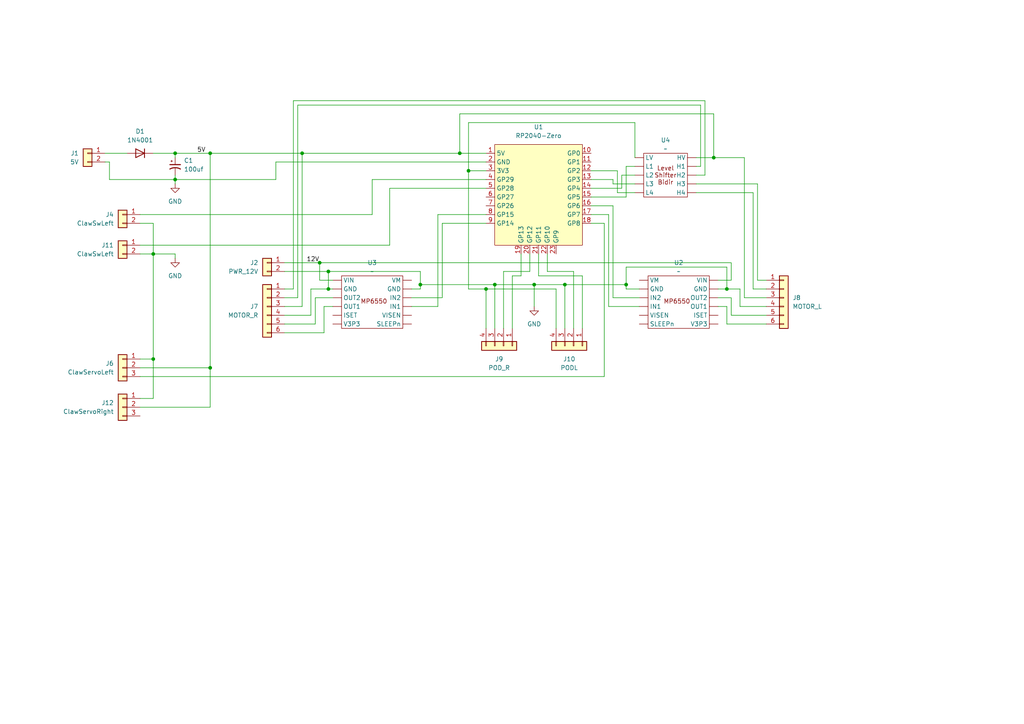
<source format=kicad_sch>
(kicad_sch (version 20250114) (generator "eeschema") (generator_version "9.0")
  (paper "A4")
  (lib_symbols
    (symbol "Connector_Generic:Conn_01x02" (pin_names (offset 1.016) (hide yes))
      (property "Reference" "J" (at 0 2.54 0))
      (property "Value" "Conn_01x02" (at 0 -5.08 0))
      (symbol "Conn_01x02_1_1"
        (rectangle (start -1.27 1.27) (end 1.27 -3.81) (stroke (width 0.254)) (fill (type background)))
        (rectangle (start -1.27 0.127) (end 0 -0.127) (stroke (width 0.1524)))
        (rectangle (start -1.27 -2.413) (end 0 -2.667) (stroke (width 0.1524)))
        (pin passive line (at -5.08 0 0) (length 3.81) (name "Pin_1") (number "1"))
        (pin passive line (at -5.08 -2.54 0) (length 3.81) (name "Pin_2") (number "2"))
      )
    )
    (symbol "Connector_Generic:Conn_01x03" (pin_names (offset 1.016) (hide yes))
      (property "Reference" "J" (at 0 5.08 0))
      (property "Value" "Conn_01x03" (at 0 -5.08 0))
      (symbol "Conn_01x03_1_1"
        (rectangle (start -1.27 3.81) (end 1.27 -3.81) (stroke (width 0.254)) (fill (type background)))
        (rectangle (start -1.27 2.667) (end 0 2.413) (stroke (width 0.1524)))
        (rectangle (start -1.27 0.127) (end 0 -0.127) (stroke (width 0.1524)))
        (rectangle (start -1.27 -2.413) (end 0 -2.667) (stroke (width 0.1524)))
        (pin passive line (at -5.08 2.54 0) (length 3.81) (name "Pin_1") (number "1"))
        (pin passive line (at -5.08 0 0) (length 3.81) (name "Pin_2") (number "2"))
        (pin passive line (at -5.08 -2.54 0) (length 3.81) (name "Pin_3") (number "3"))
      )
    )
    (symbol "Connector_Generic:Conn_01x04" (pin_names (offset 1.016) (hide yes))
      (property "Reference" "J" (at 0 5.08 0))
      (property "Value" "Conn_01x04" (at 0 -7.62 0))
      (symbol "Conn_01x04_1_1"
        (rectangle (start -1.27 3.81) (end 1.27 -6.35) (stroke (width 0.254)) (fill (type background)))
        (rectangle (start -1.27 2.667) (end 0 2.413) (stroke (width 0.1524)))
        (rectangle (start -1.27 0.127) (end 0 -0.127) (stroke (width 0.1524)))
        (rectangle (start -1.27 -2.413) (end 0 -2.667) (stroke (width 0.1524)))
        (rectangle (start -1.27 -4.953) (end 0 -5.207) (stroke (width 0.1524)))
        (pin passive line (at -5.08 2.54 0) (length 3.81) (name "Pin_1") (number "1"))
        (pin passive line (at -5.08 0 0) (length 3.81) (name "Pin_2") (number "2"))
        (pin passive line (at -5.08 -2.54 0) (length 3.81) (name "Pin_3") (number "3"))
        (pin passive line (at -5.08 -5.08 0) (length 3.81) (name "Pin_4") (number "4"))
      )
    )
    (symbol "Connector_Generic:Conn_01x06" (pin_names (offset 1.016) (hide yes))
      (property "Reference" "J" (at 0 7.62 0))
      (property "Value" "Conn_01x06" (at 0 -10.16 0))
      (symbol "Conn_01x06_1_1"
        (rectangle (start -1.27 6.35) (end 1.27 -8.89) (stroke (width 0.254)) (fill (type background)))
        (rectangle (start -1.27 5.207) (end 0 4.953) (stroke (width 0.1524)))
        (rectangle (start -1.27 2.667) (end 0 2.413) (stroke (width 0.1524)))
        (rectangle (start -1.27 0.127) (end 0 -0.127) (stroke (width 0.1524)))
        (rectangle (start -1.27 -2.413) (end 0 -2.667) (stroke (width 0.1524)))
        (rectangle (start -1.27 -4.953) (end 0 -5.207) (stroke (width 0.1524)))
        (rectangle (start -1.27 -7.493) (end 0 -7.747) (stroke (width 0.1524)))
        (pin passive line (at -5.08 5.08 0) (length 3.81) (name "Pin_1") (number "1"))
        (pin passive line (at -5.08 2.54 0) (length 3.81) (name "Pin_2") (number "2"))
        (pin passive line (at -5.08 0 0) (length 3.81) (name "Pin_3") (number "3"))
        (pin passive line (at -5.08 -2.54 0) (length 3.81) (name "Pin_4") (number "4"))
        (pin passive line (at -5.08 -5.08 0) (length 3.81) (name "Pin_5") (number "5"))
        (pin passive line (at -5.08 -7.62 0) (length 3.81) (name "Pin_6") (number "6"))
      )
    )
    (symbol "Device:C_Polarized_Small_US" (pin_numbers (hide yes)) (pin_names (offset 0.254) (hide yes))
      (property "Reference" "C" (at 0.254 1.778 0))
      (property "Value" "C_Polarized_Small_US" (at 0.254 -2.032 0))
      (symbol "C_Polarized_Small_US_0_1"
        (polyline (pts (xy -1.524 0.508) (xy 1.524 0.508)) (stroke (width 0.3048)))
        (polyline (pts (xy -1.27 1.524) (xy -0.762 1.524)))
        (polyline (pts (xy -1.016 1.27) (xy -1.016 1.778)))
        (arc (start -1.524 -0.762) (mid 0 -0.3734) (end 1.524 -0.762) (stroke (width 0.3048)))
      )
      (symbol "C_Polarized_Small_US_1_1"
        (pin passive line (at 0 2.54 270) (length 2.032) (name "~") (number "1"))
        (pin passive line (at 0 -2.54 90) (length 2.032) (name "~") (number "2"))
      )
    )
    (symbol "Diode:1N4001" (pin_numbers (hide yes)) (pin_names (hide yes))
      (property "Reference" "D" (at 0 2.54 0))
      (property "Value" "1N4001" (at 0 -2.54 0))
      (symbol "1N4001_0_1"
        (polyline (pts (xy -1.27 1.27) (xy -1.27 -1.27)) (stroke (width 0.254)))
        (polyline (pts (xy 1.27 1.27) (xy 1.27 -1.27) (xy -1.27 0) (xy 1.27 1.27)) (stroke (width 0.254)))
        (polyline (pts (xy 1.27 0) (xy -1.27 0)))
      )
      (symbol "1N4001_1_1"
        (pin passive line (at -3.81 0 0) (length 2.54) (name "K") (number "1"))
        (pin passive line (at 3.81 0 180) (length 2.54) (name "A") (number "2"))
      )
    )
    (symbol "MP6550_Pololu_1"
      (property "Reference" "U" (at 0 0 0))
      (symbol "MP6550_Pololu_1_0_1"
        (rectangle (start -8.89 -2.54) (end 8.89 -17.78))
      )
      (symbol "MP6550_Pololu_1_1_1"
        (text "MP6550\n" (at -0.508 -9.906 0) (effects (font (size 1.27 1.27))))
        (pin power_out line (at -11.43 -3.81 0) (length 2.54) (name "VM") (number ""))
        (pin power_in line (at -11.43 -6.35 0) (length 2.54) (name "GND") (number ""))
        (pin input line (at -11.43 -8.89 0) (length 2.54) (name "IN2") (number ""))
        (pin input line (at -11.43 -11.43 0) (length 2.54) (name "IN1") (number ""))
        (pin output line (at -11.43 -13.97 0) (length 2.54) (name "VISEN") (number ""))
        (pin input line (at -11.43 -16.51 0) (length 2.54) (name "SLEEPn") (number ""))
        (pin power_in line (at 11.43 -3.81 180) (length 2.54) (name "VIN") (number ""))
        (pin power_in line (at 11.43 -6.35 180) (length 2.54) (name "GND") (number ""))
        (pin power_out line (at 11.43 -8.89 180) (length 2.54) (name "OUT2") (number ""))
        (pin power_out line (at 11.43 -11.43 180) (length 2.54) (name "OUT1") (number ""))
        (pin unspecified line (at 11.43 -13.97 180) (length 2.54) (name "ISET") (number ""))
        (pin power_out line (at 11.43 -16.51 180) (length 2.54) (name "V3P3") (number ""))
      )
    )
    (symbol "MyRobot:LvlShift_Pololu"
      (property "Reference" "U" (at 0 0 0))
      (symbol "LvlShift_Pololu_0_1"
        (rectangle (start -6.35 -2.54) (end 6.35 -15.24))
      )
      (symbol "LvlShift_Pololu_1_1"
        (text "Level\nShifter\nBidir\n" (at 0 -8.89 0) (effects (font (size 1.27 1.27))))
        (pin power_in line (at -8.89 -3.81 0) (length 2.54) (name "LV") (number ""))
        (pin bidirectional line (at -8.89 -6.35 0) (length 2.54) (name "L1") (number ""))
        (pin bidirectional line (at -8.89 -8.89 0) (length 2.54) (name "L2") (number ""))
        (pin bidirectional line (at -8.89 -11.43 0) (length 2.54) (name "L3") (number ""))
        (pin bidirectional line (at -8.89 -13.97 0) (length 2.54) (name "L4") (number ""))
        (pin power_in line (at 8.89 -3.81 180) (length 2.54) (name "HV") (number ""))
        (pin bidirectional line (at 8.89 -6.35 180) (length 2.54) (name "H1") (number ""))
        (pin bidirectional line (at 8.89 -8.89 180) (length 2.54) (name "H2") (number ""))
        (pin bidirectional line (at 8.89 -11.43 180) (length 2.54) (name "H3") (number ""))
        (pin bidirectional line (at 8.89 -13.97 180) (length 2.54) (name "H4") (number ""))
      )
    )
    (symbol "MyRobot:MP6550_Pololu"
      (property "Reference" "U" (at 0 0 0))
      (symbol "MP6550_Pololu_0_1"
        (rectangle (start -8.89 -2.54) (end 8.89 -17.78))
      )
      (symbol "MP6550_Pololu_1_1"
        (text "MP6550\n" (at -0.508 -9.906 0) (effects (font (size 1.27 1.27))))
        (pin power_out line (at -11.43 -3.81 0) (length 2.54) (name "VM") (number ""))
        (pin power_in line (at -11.43 -6.35 0) (length 2.54) (name "GND") (number ""))
        (pin input line (at -11.43 -8.89 0) (length 2.54) (name "IN2") (number ""))
        (pin input line (at -11.43 -11.43 0) (length 2.54) (name "IN1") (number ""))
        (pin output line (at -11.43 -13.97 0) (length 2.54) (name "VISEN") (number ""))
        (pin input line (at -11.43 -16.51 0) (length 2.54) (name "SLEEPn") (number ""))
        (pin power_in line (at 11.43 -3.81 180) (length 2.54) (name "VIN") (number ""))
        (pin power_in line (at 11.43 -6.35 180) (length 2.54) (name "GND") (number ""))
        (pin power_out line (at 11.43 -8.89 180) (length 2.54) (name "OUT2") (number ""))
        (pin power_out line (at 11.43 -11.43 180) (length 2.54) (name "OUT1") (number ""))
        (pin unspecified line (at 11.43 -13.97 180) (length 2.54) (name "ISET") (number ""))
        (pin power_out line (at 11.43 -16.51 180) (length 2.54) (name "V3P3") (number ""))
      )
    )
    (symbol "MyRobot:RP2040-Zero"
      (property "Reference" "U" (at 0 0 0))
      (property "Value" "RP2040-Zero" (at 0 8.89 0))
      (symbol "RP2040-Zero_0_1"
        (rectangle (start -12.7 7.62) (end 12.7 -21.59) (fill (type background)))
      )
      (symbol "RP2040-Zero_1_1"
        (pin power_in line (at -15.24 5.08 0) (length 2.54) (name "5V") (number "1"))
        (pin power_in line (at -15.24 2.54 0) (length 2.54) (name "GND") (number "2"))
        (pin power_in line (at -15.24 0 0) (length 2.54) (name "3V3") (number "3"))
        (pin bidirectional line (at -15.24 -2.54 0) (length 2.54) (name "GP29") (number "4"))
        (pin bidirectional line (at -15.24 -5.08 0) (length 2.54) (name "GP28") (number "5"))
        (pin bidirectional line (at -15.24 -7.62 0) (length 2.54) (name "GP27") (number "6"))
        (pin bidirectional line (at -15.24 -10.16 0) (length 2.54) (name "GP26") (number "7"))
        (pin bidirectional line (at -15.24 -12.7 0) (length 2.54) (name "GP15") (number "8"))
        (pin bidirectional line (at -15.24 -15.24 0) (length 2.54) (name "GP14") (number "9"))
        (pin bidirectional line (at -5.08 -24.13 90) (length 2.54) (name "GP13") (number "19"))
        (pin bidirectional line (at -2.54 -24.13 90) (length 2.54) (name "GP12") (number "20"))
        (pin bidirectional line (at 0 -24.13 90) (length 2.54) (name "GP11") (number "21"))
        (pin bidirectional line (at 2.54 -24.13 90) (length 2.54) (name "GP10") (number "22"))
        (pin bidirectional line (at 5.08 -24.13 90) (length 2.54) (name "GP9") (number "23"))
        (pin bidirectional line (at 15.24 5.08 180) (length 2.54) (name "GP0") (number "10"))
        (pin bidirectional line (at 15.24 2.54 180) (length 2.54) (name "GP1") (number "11"))
        (pin bidirectional line (at 15.24 0 180) (length 2.54) (name "GP2") (number "12"))
        (pin bidirectional line (at 15.24 -2.54 180) (length 2.54) (name "GP3") (number "13"))
        (pin bidirectional line (at 15.24 -5.08 180) (length 2.54) (name "GP4") (number "14"))
        (pin bidirectional line (at 15.24 -7.62 180) (length 2.54) (name "GP5") (number "15"))
        (pin bidirectional line (at 15.24 -10.16 180) (length 2.54) (name "GP6") (number "16"))
        (pin bidirectional line (at 15.24 -12.7 180) (length 2.54) (name "GP7") (number "17"))
        (pin bidirectional line (at 15.24 -15.24 180) (length 2.54) (name "GP8") (number "18"))
      )
    )
    (symbol "power:GND" (power) (pin_numbers (hide yes)) (pin_names (offset 0) (hide yes))
      (property "Value" "GND" (at 0 -3.81 0))
      (symbol "GND_0_1"
        (polyline (pts (xy 0 0) (xy 0 -1.27) (xy 1.27 -1.27) (xy 0 -2.54) (xy -1.27 -1.27) (xy 0 -1.27)))
      )
      (symbol "GND_1_1"
        (pin power_in line (at 0 0 270) (length 0) (name "~") (number "1"))
      )
    )
  )
  (junction (at 44.45 73.66))
  (junction (at 92.71 76.2))
  (junction (at 44.45 104.14))
  (junction (at 207.01 45.72))
  (junction (at 87.63 44.45))
  (junction (at 154.94 82.55))
  (junction (at 50.8 52.07))
  (junction (at 95.25 83.82))
  (junction (at 95.25 78.74))
  (junction (at 163.83 82.55))
  (junction (at 135.89 49.53))
  (junction (at 60.96 106.68))
  (junction (at 210.82 83.82))
  (junction (at 50.8 44.45))
  (junction (at 140.97 83.82))
  (junction (at 133.35 44.45))
  (junction (at 121.92 82.55))
  (junction (at 181.61 82.55))
  (junction (at 143.51 82.55))
  (junction (at 60.96 44.45))
  (wire (pts (xy 171.45 49.53) (xy 179.07 49.53)))
  (wire (pts (xy 140.97 44.45) (xy 133.35 44.45)))
  (wire (pts (xy 181.61 83.82) (xy 185.42 83.82)))
  (wire (pts (xy 121.92 83.82) (xy 119.38 83.82)))
  (wire (pts (xy 44.45 44.45) (xy 50.8 44.45)))
  (wire (pts (xy 171.45 57.15) (xy 181.61 57.15)))
  (wire (pts (xy 93.98 88.9) (xy 93.98 96.52)))
  (wire (pts (xy 87.63 88.9) (xy 82.55 88.9)))
  (wire (pts (xy 151.13 73.66) (xy 151.13 80.01)))
  (wire (pts (xy 60.96 44.45) (xy 60.96 106.68)))
  (wire (pts (xy 143.51 82.55) (xy 143.51 95.25)))
  (wire (pts (xy 60.96 106.68) (xy 60.96 118.11)))
  (wire (pts (xy 181.61 77.47) (xy 210.82 77.47)))
  (wire (pts (xy 135.89 83.82) (xy 135.89 49.53)))
  (wire (pts (xy 171.45 54.61) (xy 180.34 54.61)))
  (wire (pts (xy 92.71 76.2) (xy 212.09 76.2)))
  (wire (pts (xy 176.53 62.23) (xy 176.53 88.9)))
  (wire (pts (xy 153.67 73.66) (xy 153.67 78.74)))
  (wire (pts (xy 128.27 86.36) (xy 119.38 86.36)))
  (wire (pts (xy 92.71 76.2) (xy 92.71 81.28)))
  (wire (pts (xy 30.48 46.99) (xy 31.75 46.99)))
  (wire (pts (xy 90.17 91.44) (xy 90.17 83.82)))
  (wire (pts (xy 40.64 64.77) (xy 44.45 64.77)))
  (wire (pts (xy 119.38 88.9) (xy 127 88.9)))
  (wire (pts (xy 181.61 48.26) (xy 184.15 48.26)))
  (wire (pts (xy 177.8 59.69) (xy 177.8 86.36)))
  (wire (pts (xy 85.09 83.82) (xy 85.09 29.21)))
  (wire (pts (xy 113.03 71.12) (xy 113.03 54.61)))
  (wire (pts (xy 50.8 53.34) (xy 50.8 52.07)))
  (wire (pts (xy 177.8 86.36) (xy 185.42 86.36)))
  (wire (pts (xy 96.52 88.9) (xy 93.98 88.9)))
  (wire (pts (xy 86.36 86.36) (xy 86.36 30.48)))
  (wire (pts (xy 82.55 91.44) (xy 90.17 91.44)))
  (wire (pts (xy 50.8 73.66) (xy 50.8 74.93)))
  (wire (pts (xy 179.07 49.53) (xy 179.07 55.88)))
  (wire (pts (xy 171.45 52.07) (xy 177.8 52.07)))
  (wire (pts (xy 92.71 81.28) (xy 96.52 81.28)))
  (wire (pts (xy 96.52 83.82) (xy 95.25 83.82)))
  (wire (pts (xy 161.29 95.25) (xy 161.29 83.82)))
  (wire (pts (xy 207.01 33.02) (xy 207.01 45.72)))
  (wire (pts (xy 208.28 86.36) (xy 212.09 86.36)))
  (wire (pts (xy 50.8 44.45) (xy 60.96 44.45)))
  (wire (pts (xy 210.82 93.98) (xy 222.25 93.98)))
  (wire (pts (xy 133.35 33.02) (xy 207.01 33.02)))
  (wire (pts (xy 156.21 80.01) (xy 168.91 80.01)))
  (wire (pts (xy 82.55 93.98) (xy 91.44 93.98)))
  (wire (pts (xy 44.45 115.57) (xy 40.64 115.57)))
  (wire (pts (xy 201.93 53.34) (xy 219.71 53.34)))
  (wire (pts (xy 212.09 76.2) (xy 212.09 81.28)))
  (wire (pts (xy 201.93 55.88) (xy 218.44 55.88)))
  (wire (pts (xy 148.59 80.01) (xy 148.59 95.25)))
  (wire (pts (xy 87.63 44.45) (xy 133.35 44.45)))
  (wire (pts (xy 212.09 81.28) (xy 208.28 81.28)))
  (wire (pts (xy 140.97 64.77) (xy 128.27 64.77)))
  (wire (pts (xy 140.97 83.82) (xy 140.97 95.25)))
  (wire (pts (xy 31.75 52.07) (xy 50.8 52.07)))
  (wire (pts (xy 91.44 86.36) (xy 96.52 86.36)))
  (wire (pts (xy 121.92 78.74) (xy 121.92 82.55)))
  (wire (pts (xy 140.97 62.23) (xy 127 62.23)))
  (wire (pts (xy 44.45 73.66) (xy 44.45 104.14)))
  (wire (pts (xy 210.82 83.82) (xy 214.63 83.82)))
  (wire (pts (xy 180.34 54.61) (xy 180.34 50.8)))
  (wire (pts (xy 181.61 57.15) (xy 181.61 48.26)))
  (wire (pts (xy 177.8 53.34) (xy 177.8 52.07)))
  (wire (pts (xy 60.96 106.68) (xy 40.64 106.68)))
  (wire (pts (xy 31.75 46.99) (xy 31.75 52.07)))
  (wire (pts (xy 215.9 86.36) (xy 222.25 86.36)))
  (wire (pts (xy 210.82 77.47) (xy 210.82 83.82)))
  (wire (pts (xy 161.29 83.82) (xy 140.97 83.82)))
  (wire (pts (xy 208.28 88.9) (xy 210.82 88.9)))
  (wire (pts (xy 210.82 83.82) (xy 208.28 83.82)))
  (wire (pts (xy 127 62.23) (xy 127 88.9)))
  (wire (pts (xy 82.55 78.74) (xy 95.25 78.74)))
  (wire (pts (xy 204.47 29.21) (xy 204.47 50.8)))
  (wire (pts (xy 212.09 91.44) (xy 222.25 91.44)))
  (wire (pts (xy 171.45 64.77) (xy 175.26 64.77)))
  (wire (pts (xy 82.55 76.2) (xy 92.71 76.2)))
  (wire (pts (xy 218.44 55.88) (xy 218.44 83.82)))
  (wire (pts (xy 40.64 62.23) (xy 107.95 62.23)))
  (wire (pts (xy 203.2 30.48) (xy 203.2 48.26)))
  (wire (pts (xy 95.25 78.74) (xy 121.92 78.74)))
  (wire (pts (xy 128.27 64.77) (xy 128.27 86.36)))
  (wire (pts (xy 212.09 86.36) (xy 212.09 91.44)))
  (wire (pts (xy 44.45 64.77) (xy 44.45 73.66)))
  (wire (pts (xy 219.71 53.34) (xy 219.71 81.28)))
  (wire (pts (xy 44.45 104.14) (xy 44.45 115.57)))
  (wire (pts (xy 175.26 109.22) (xy 40.64 109.22)))
  (wire (pts (xy 140.97 83.82) (xy 135.89 83.82)))
  (wire (pts (xy 85.09 29.21) (xy 204.47 29.21)))
  (wire (pts (xy 50.8 73.66) (xy 44.45 73.66)))
  (wire (pts (xy 30.48 44.45) (xy 36.83 44.45)))
  (wire (pts (xy 176.53 88.9) (xy 185.42 88.9)))
  (wire (pts (xy 207.01 45.72) (xy 201.93 45.72)))
  (wire (pts (xy 50.8 52.07) (xy 50.8 50.8)))
  (wire (pts (xy 171.45 59.69) (xy 177.8 59.69)))
  (wire (pts (xy 82.55 86.36) (xy 86.36 86.36)))
  (wire (pts (xy 184.15 35.56) (xy 184.15 45.72)))
  (wire (pts (xy 153.67 78.74) (xy 146.05 78.74)))
  (wire (pts (xy 40.64 71.12) (xy 113.03 71.12)))
  (wire (pts (xy 163.83 82.55) (xy 181.61 82.55)))
  (wire (pts (xy 82.55 83.82) (xy 85.09 83.82)))
  (wire (pts (xy 146.05 78.74) (xy 146.05 95.25)))
  (wire (pts (xy 40.64 73.66) (xy 44.45 73.66)))
  (wire (pts (xy 135.89 49.53) (xy 135.89 35.56)))
  (wire (pts (xy 168.91 80.01) (xy 168.91 95.25)))
  (wire (pts (xy 50.8 44.45) (xy 50.8 45.72)))
  (wire (pts (xy 179.07 55.88) (xy 184.15 55.88)))
  (wire (pts (xy 60.96 118.11) (xy 40.64 118.11)))
  (wire (pts (xy 80.01 46.99) (xy 140.97 46.99)))
  (wire (pts (xy 207.01 45.72) (xy 215.9 45.72)))
  (wire (pts (xy 154.94 82.55) (xy 143.51 82.55)))
  (wire (pts (xy 177.8 53.34) (xy 184.15 53.34)))
  (wire (pts (xy 181.61 82.55) (xy 181.61 77.47)))
  (wire (pts (xy 214.63 88.9) (xy 222.25 88.9)))
  (wire (pts (xy 163.83 82.55) (xy 154.94 82.55)))
  (wire (pts (xy 80.01 52.07) (xy 80.01 46.99)))
  (wire (pts (xy 40.64 104.14) (xy 44.45 104.14)))
  (wire (pts (xy 219.71 81.28) (xy 222.25 81.28)))
  (wire (pts (xy 87.63 44.45) (xy 87.63 88.9)))
  (wire (pts (xy 93.98 96.52) (xy 82.55 96.52)))
  (wire (pts (xy 180.34 50.8) (xy 184.15 50.8)))
  (wire (pts (xy 91.44 93.98) (xy 91.44 86.36)))
  (wire (pts (xy 204.47 50.8) (xy 201.93 50.8)))
  (wire (pts (xy 107.95 52.07) (xy 140.97 52.07)))
  (wire (pts (xy 215.9 45.72) (xy 215.9 86.36)))
  (wire (pts (xy 218.44 83.82) (xy 222.25 83.82)))
  (wire (pts (xy 107.95 62.23) (xy 107.95 52.07)))
  (wire (pts (xy 158.75 78.74) (xy 166.37 78.74)))
  (wire (pts (xy 181.61 82.55) (xy 181.61 83.82)))
  (wire (pts (xy 86.36 30.48) (xy 203.2 30.48)))
  (wire (pts (xy 151.13 80.01) (xy 148.59 80.01)))
  (wire (pts (xy 113.03 54.61) (xy 140.97 54.61)))
  (wire (pts (xy 214.63 83.82) (xy 214.63 88.9)))
  (wire (pts (xy 60.96 44.45) (xy 87.63 44.45)))
  (wire (pts (xy 171.45 62.23) (xy 176.53 62.23)))
  (wire (pts (xy 90.17 83.82) (xy 95.25 83.82)))
  (wire (pts (xy 210.82 88.9) (xy 210.82 93.98)))
  (wire (pts (xy 203.2 48.26) (xy 201.93 48.26)))
  (wire (pts (xy 121.92 82.55) (xy 121.92 83.82)))
  (wire (pts (xy 166.37 78.74) (xy 166.37 95.25)))
  (wire (pts (xy 163.83 95.25) (xy 163.83 82.55)))
  (wire (pts (xy 50.8 52.07) (xy 80.01 52.07)))
  (wire (pts (xy 175.26 64.77) (xy 175.26 109.22)))
  (wire (pts (xy 158.75 73.66) (xy 158.75 78.74)))
  (wire (pts (xy 135.89 49.53) (xy 140.97 49.53)))
  (wire (pts (xy 135.89 35.56) (xy 184.15 35.56)))
  (wire (pts (xy 154.94 82.55) (xy 154.94 88.9)))
  (wire (pts (xy 133.35 44.45) (xy 133.35 33.02)))
  (wire (pts (xy 156.21 73.66) (xy 156.21 80.01)))
  (wire (pts (xy 95.25 83.82) (xy 95.25 78.74)))
  (wire (pts (xy 143.51 82.55) (xy 121.92 82.55)))
  (label "12V" (at 88.9 76.2 0))
  (label "5V" (at 57.15 44.45 0))
  (symbol (lib_id "MyRobot:LvlShift_Pololu") (at 193.04 41.91 0) (unit 1)
    (property "Reference" "U4" (at 193.04 40.64 0))
    (property "Value" "~" (at 193.04 43.18 0))
  )
  (symbol (lib_id "Connector_Generic:Conn_01x04") (at 146.05 100.33 270) (unit 1)
    (property "Reference" "J9" (at 144.78 104.14 90))
    (property "Value" "POD_R" (at 144.78 106.68 90))
    (property "Description" "Generic connector, single row, 01x04, script generated (kicad-library-utils/schlib/autogen/connector/)" (effects (hide yes)))
  )
  (symbol (lib_id "Connector_Generic:Conn_01x02") (at 35.56 62.23 0) (mirror y) (unit 1)
    (property "Reference" "J4" (at 33.02 62.2299 0) (effects (justify left)))
    (property "Value" "ClawSwLeft" (at 33.02 64.7699 0) (effects (justify left)))
    (property "Description" "Generic connector, single row, 01x02, script generated (kicad-library-utils/schlib/autogen/connector/)" (effects (hide yes)))
  )
  (symbol (lib_id "Connector_Generic:Conn_01x03") (at 35.56 118.11 0) (mirror y) (unit 1)
    (property "Reference" "J12" (at 33.02 116.8399 0) (effects (justify left)))
    (property "Value" "ClawServoRight" (at 33.02 119.3799 0) (effects (justify left)))
    (property "Description" "Generic connector, single row, 01x03, script generated (kicad-library-utils/schlib/autogen/connector/)" (effects (hide yes)))
  )
  (symbol (lib_id "Connector_Generic:Conn_01x06") (at 77.47 88.9 0) (mirror y) (unit 1)
    (property "Reference" "J7" (at 74.93 88.8999 0) (effects (justify left)))
    (property "Value" "MOTOR_R" (at 74.93 91.4399 0) (effects (justify left)))
    (property "Description" "Generic connector, single row, 01x06, script generated (kicad-library-utils/schlib/autogen/connector/)" (effects (hide yes)))
  )
  (symbol (lib_id "MyRobot:RP2040-Zero") (at 156.21 49.53 0) (unit 1)
    (property "Reference" "U1" (at 156.21 36.83 0))
    (property "Value" "RP2040-Zero" (at 156.21 39.37 0))
  )
  (symbol (lib_id "Device:C_Polarized_Small_US") (at 50.8 48.26 0) (unit 1)
    (property "Reference" "C1" (at 53.34 46.5581 0) (effects (justify left)))
    (property "Value" "100uf" (at 53.34 49.0981 0) (effects (justify left)))
    (property "Description" "Polarized capacitor, small US symbol" (effects (hide yes)))
  )
  (symbol (lib_id "Diode:1N4001") (at 40.64 44.45 0) (mirror y) (unit 1)
    (property "Reference" "D1" (at 40.64 38.1 0))
    (property "Value" "1N4001" (at 40.64 40.64 0))
    (property "Footprint" "Diode_THT:D_DO-41_SOD81_P10.16mm_Horizontal" (effects (hide yes)))
    (property "Datasheet" "http://www.vishay.com/docs/88503/1n4001.pdf" (effects (hide yes)))
    (property "Description" "50V 1A General Purpose Rectifier Diode, DO-41" (effects (hide yes)))
    (property "Sim.Device" "D" (effects (hide yes)))
    (property "Sim.Pins" "1=K 2=A" (effects (hide yes)))
  )
  (symbol (lib_id "Connector_Generic:Conn_01x02") (at 35.56 71.12 0) (mirror y) (unit 1)
    (property "Reference" "J11" (at 33.02 71.1199 0) (effects (justify left)))
    (property "Value" "ClawSwLeft" (at 33.02 73.6599 0) (effects (justify left)))
    (property "Description" "Generic connector, single row, 01x02, script generated (kicad-library-utils/schlib/autogen/connector/)" (effects (hide yes)))
  )
  (symbol (lib_id "power:GND") (at 50.8 74.93 0) (unit 1)
    (property "Reference" "#PWR02" (effects (hide yes)))
    (property "Value" "GND" (at 50.8 80.01 0))
    (property "Description" "Power symbol creates a global label with name \"GND\" , ground" (effects (hide yes)))
  )
  (symbol (lib_id "Connector_Generic:Conn_01x02") (at 77.47 76.2 0) (mirror y) (unit 1)
    (property "Reference" "J2" (at 74.93 76.1999 0) (effects (justify left)))
    (property "Value" "PWR_12V" (at 74.93 78.7399 0) (effects (justify left)))
    (property "Description" "Generic connector, single row, 01x02, script generated (kicad-library-utils/schlib/autogen/connector/)" (effects (hide yes)))
  )
  (symbol (lib_id "Connector_Generic:Conn_01x02") (at 25.4 44.45 0) (mirror y) (unit 1)
    (property "Reference" "J1" (at 22.86 44.4499 0) (effects (justify left)))
    (property "Value" "5V" (at 22.86 46.9899 0) (effects (justify left)))
    (property "Description" "Generic connector, single row, 01x02, script generated (kicad-library-utils/schlib/autogen/connector/)" (effects (hide yes)))
  )
  (symbol (lib_id "Connector_Generic:Conn_01x04") (at 166.37 100.33 270) (unit 1)
    (property "Reference" "J10" (at 165.1 104.14 90))
    (property "Value" "PODL" (at 165.1 106.68 90))
    (property "Description" "Generic connector, single row, 01x04, script generated (kicad-library-utils/schlib/autogen/connector/)" (effects (hide yes)))
  )
  (symbol (lib_name "MP6550_Pololu_1") (lib_id "MyRobot:MP6550_Pololu") (at 107.95 77.47 0) (mirror y) (unit 1)
    (property "Reference" "U3" (at 107.95 76.2 0))
    (property "Value" "~" (at 107.95 78.74 0))
  )
  (symbol (lib_id "power:GND") (at 50.8 53.34 0) (unit 1)
    (property "Reference" "#PWR01" (effects (hide yes)))
    (property "Value" "GND" (at 50.8 58.42 0))
    (property "Description" "Power symbol creates a global label with name \"GND\" , ground" (effects (hide yes)))
  )
  (symbol (lib_id "Connector_Generic:Conn_01x06") (at 227.33 86.36 0) (unit 1)
    (property "Reference" "J8" (at 229.87 86.3599 0) (effects (justify left)))
    (property "Value" "MOTOR_L" (at 229.87 88.8999 0) (effects (justify left)))
    (property "Description" "Generic connector, single row, 01x06, script generated (kicad-library-utils/schlib/autogen/connector/)" (effects (hide yes)))
  )
  (symbol (lib_id "MyRobot:MP6550_Pololu") (at 196.85 77.47 0) (unit 1)
    (property "Reference" "U2" (at 196.85 76.2 0))
    (property "Value" "~" (at 196.85 78.74 0))
  )
  (symbol (lib_id "power:GND") (at 154.94 88.9 0) (unit 1)
    (property "Reference" "#PWR03" (effects (hide yes)))
    (property "Value" "GND" (at 154.94 93.98 0))
    (property "Description" "Power symbol creates a global label with name \"GND\" , ground" (effects (hide yes)))
  )
  (symbol (lib_id "Connector_Generic:Conn_01x03") (at 35.56 106.68 0) (mirror y) (unit 1)
    (property "Reference" "J6" (at 33.02 105.4099 0) (effects (justify left)))
    (property "Value" "ClawServoLeft" (at 33.02 107.9499 0) (effects (justify left)))
    (property "Description" "Generic connector, single row, 01x03, script generated (kicad-library-utils/schlib/autogen/connector/)" (effects (hide yes)))
  )
)
</source>
